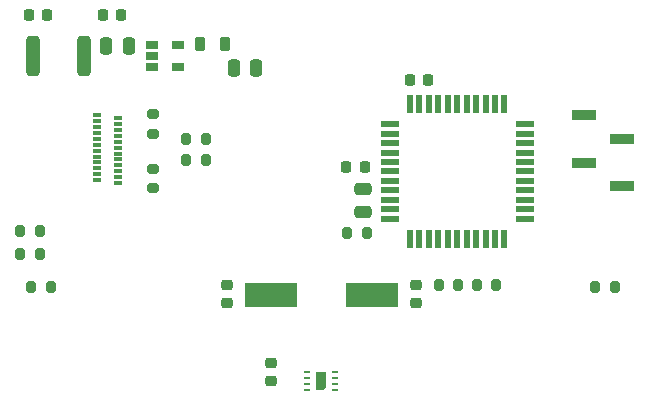
<source format=gbr>
%TF.GenerationSoftware,KiCad,Pcbnew,5.99.0-unknown-2a6c73b8df~142~ubuntu21.04.1*%
%TF.CreationDate,2021-10-24T13:29:38+00:00*%
%TF.ProjectId,wederian,77656465-7269-4616-9e2e-6b696361645f,rev?*%
%TF.SameCoordinates,Original*%
%TF.FileFunction,Paste,Top*%
%TF.FilePolarity,Positive*%
%FSLAX46Y46*%
G04 Gerber Fmt 4.6, Leading zero omitted, Abs format (unit mm)*
G04 Created by KiCad (PCBNEW 5.99.0-unknown-2a6c73b8df~142~ubuntu21.04.1) date 2021-10-24 13:29:38*
%MOMM*%
%LPD*%
G01*
G04 APERTURE LIST*
G04 Aperture macros list*
%AMRoundRect*
0 Rectangle with rounded corners*
0 $1 Rounding radius*
0 $2 $3 $4 $5 $6 $7 $8 $9 X,Y pos of 4 corners*
0 Add a 4 corners polygon primitive as box body*
4,1,4,$2,$3,$4,$5,$6,$7,$8,$9,$2,$3,0*
0 Add four circle primitives for the rounded corners*
1,1,$1+$1,$2,$3*
1,1,$1+$1,$4,$5*
1,1,$1+$1,$6,$7*
1,1,$1+$1,$8,$9*
0 Add four rect primitives between the rounded corners*
20,1,$1+$1,$2,$3,$4,$5,0*
20,1,$1+$1,$4,$5,$6,$7,0*
20,1,$1+$1,$6,$7,$8,$9,0*
20,1,$1+$1,$8,$9,$2,$3,0*%
%AMFreePoly0*
4,1,6,0.450000,-0.800000,-0.450000,-0.800000,-0.450000,0.530000,-0.180000,0.800000,0.450000,0.800000,0.450000,-0.800000,0.450000,-0.800000,$1*%
G04 Aperture macros list end*
%ADD10R,1.060000X0.650000*%
%ADD11R,0.700000X0.300000*%
%ADD12RoundRect,0.200000X0.200000X0.275000X-0.200000X0.275000X-0.200000X-0.275000X0.200000X-0.275000X0*%
%ADD13RoundRect,0.250000X-0.475000X0.250000X-0.475000X-0.250000X0.475000X-0.250000X0.475000X0.250000X0*%
%ADD14RoundRect,0.250000X0.250000X0.475000X-0.250000X0.475000X-0.250000X-0.475000X0.250000X-0.475000X0*%
%ADD15R,4.500000X2.000000*%
%ADD16RoundRect,0.225000X0.225000X0.250000X-0.225000X0.250000X-0.225000X-0.250000X0.225000X-0.250000X0*%
%ADD17R,1.500000X0.550000*%
%ADD18R,0.550000X1.500000*%
%ADD19RoundRect,0.225000X-0.225000X-0.250000X0.225000X-0.250000X0.225000X0.250000X-0.225000X0.250000X0*%
%ADD20RoundRect,0.200000X-0.200000X-0.275000X0.200000X-0.275000X0.200000X0.275000X-0.200000X0.275000X0*%
%ADD21RoundRect,0.218750X0.218750X0.381250X-0.218750X0.381250X-0.218750X-0.381250X0.218750X-0.381250X0*%
%ADD22R,2.000000X0.900000*%
%ADD23RoundRect,0.225000X-0.250000X0.225000X-0.250000X-0.225000X0.250000X-0.225000X0.250000X0.225000X0*%
%ADD24FreePoly0,180.000000*%
%ADD25R,0.550000X0.250000*%
%ADD26RoundRect,0.200000X0.275000X-0.200000X0.275000X0.200000X-0.275000X0.200000X-0.275000X-0.200000X0*%
%ADD27RoundRect,0.250000X-0.312500X-1.450000X0.312500X-1.450000X0.312500X1.450000X-0.312500X1.450000X0*%
%ADD28RoundRect,0.200000X-0.275000X0.200000X-0.275000X-0.200000X0.275000X-0.200000X0.275000X0.200000X0*%
G04 APERTURE END LIST*
D10*
%TO.C,U2*%
X148650000Y-92005000D03*
X148650000Y-92955000D03*
X148650000Y-93905000D03*
X150850000Y-93905000D03*
X150850000Y-92005000D03*
%TD*%
D11*
%TO.C,J1*%
X145743674Y-98236680D03*
X145743674Y-98736680D03*
X145743674Y-99236680D03*
X145743674Y-99736680D03*
X145743674Y-100236680D03*
X145743674Y-100736680D03*
X145743674Y-101236680D03*
X145743674Y-101736680D03*
X145743674Y-102236680D03*
X145743674Y-102736680D03*
X145743674Y-103236680D03*
X145743674Y-103736680D03*
X144043674Y-103486680D03*
X144043674Y-102986680D03*
X144043674Y-102486680D03*
X144043674Y-101986680D03*
X144043674Y-101486680D03*
X144043674Y-100986680D03*
X144043674Y-100486680D03*
X144043674Y-99986680D03*
X144043674Y-99486680D03*
X144043674Y-98986680D03*
X144043674Y-98486680D03*
X144043674Y-97986680D03*
%TD*%
D12*
%TO.C,R2*%
X153225000Y-100000000D03*
X151575000Y-100000000D03*
%TD*%
D13*
%TO.C,C1*%
X166500000Y-104250000D03*
X166500000Y-106150000D03*
%TD*%
D14*
%TO.C,C7*%
X157500000Y-94000000D03*
X155600000Y-94000000D03*
%TD*%
D15*
%TO.C,Y1*%
X167250000Y-113250000D03*
X158750000Y-113250000D03*
%TD*%
D16*
%TO.C,C6*%
X172025000Y-95000000D03*
X170475000Y-95000000D03*
%TD*%
D17*
%TO.C,U1*%
X168800000Y-98750000D03*
X168800000Y-99550000D03*
X168800000Y-100350000D03*
X168800000Y-101150000D03*
X168800000Y-101950000D03*
X168800000Y-102750000D03*
X168800000Y-103550000D03*
X168800000Y-104350000D03*
X168800000Y-105150000D03*
X168800000Y-105950000D03*
X168800000Y-106750000D03*
D18*
X170500000Y-108450000D03*
X171300000Y-108450000D03*
X172100000Y-108450000D03*
X172900000Y-108450000D03*
X173700000Y-108450000D03*
X174500000Y-108450000D03*
X175300000Y-108450000D03*
X176100000Y-108450000D03*
X176900000Y-108450000D03*
X177700000Y-108450000D03*
X178500000Y-108450000D03*
D17*
X180200000Y-106750000D03*
X180200000Y-105950000D03*
X180200000Y-105150000D03*
X180200000Y-104350000D03*
X180200000Y-103550000D03*
X180200000Y-102750000D03*
X180200000Y-101950000D03*
X180200000Y-101150000D03*
X180200000Y-100350000D03*
X180200000Y-99550000D03*
X180200000Y-98750000D03*
D18*
X178500000Y-97050000D03*
X177700000Y-97050000D03*
X176900000Y-97050000D03*
X176100000Y-97050000D03*
X175300000Y-97050000D03*
X174500000Y-97050000D03*
X173700000Y-97050000D03*
X172900000Y-97050000D03*
X172100000Y-97050000D03*
X171300000Y-97050000D03*
X170500000Y-97050000D03*
%TD*%
D19*
%TO.C,C9*%
X144475000Y-89500000D03*
X146025000Y-89500000D03*
%TD*%
D14*
%TO.C,C5*%
X146700000Y-92130000D03*
X144800000Y-92130000D03*
%TD*%
D16*
%TO.C,C4*%
X166675000Y-102400000D03*
X165125000Y-102400000D03*
%TD*%
D12*
%TO.C,R1*%
X153225000Y-101750000D03*
X151575000Y-101750000D03*
%TD*%
%TO.C,R5*%
X139150000Y-109750000D03*
X137500000Y-109750000D03*
%TD*%
%TO.C,R6*%
X139150000Y-107750000D03*
X137500000Y-107750000D03*
%TD*%
D20*
%TO.C,R3*%
X172925000Y-112400000D03*
X174575000Y-112400000D03*
%TD*%
D21*
%TO.C,L1*%
X154812500Y-92000000D03*
X152687500Y-92000000D03*
%TD*%
D22*
%TO.C,J2*%
X185271089Y-98000000D03*
X188471089Y-100000000D03*
X185271089Y-102000000D03*
X188471089Y-104000000D03*
%TD*%
D19*
%TO.C,C10*%
X138225000Y-89500000D03*
X139775000Y-89500000D03*
%TD*%
D23*
%TO.C,C3*%
X155000000Y-112375000D03*
X155000000Y-113925000D03*
%TD*%
%TO.C,C2*%
X171000000Y-112375000D03*
X171000000Y-113925000D03*
%TD*%
%TO.C,C8*%
X158750000Y-118975000D03*
X158750000Y-120525000D03*
%TD*%
D24*
%TO.C,U3*%
X163000000Y-120500000D03*
D25*
X164175000Y-121250000D03*
X164175000Y-120750000D03*
X164175000Y-120250000D03*
X164175000Y-119750000D03*
X161825000Y-119750000D03*
X161825000Y-120250000D03*
X161825000Y-120750000D03*
X161825000Y-121250000D03*
%TD*%
D12*
%TO.C,R4*%
X177825000Y-112400000D03*
X176175000Y-112400000D03*
%TD*%
D26*
%TO.C,RV2*%
X148750000Y-99575000D03*
X148750000Y-97925000D03*
%TD*%
D27*
%TO.C,F1*%
X138612500Y-93000000D03*
X142887500Y-93000000D03*
%TD*%
D28*
%TO.C,RV1*%
X148750000Y-102500000D03*
X148750000Y-104150000D03*
%TD*%
D20*
%TO.C,R9*%
X165175000Y-108000000D03*
X166825000Y-108000000D03*
%TD*%
%TO.C,R7*%
X186175000Y-112500000D03*
X187825000Y-112500000D03*
%TD*%
D12*
%TO.C,R8*%
X140075000Y-112500000D03*
X138425000Y-112500000D03*
%TD*%
M02*

</source>
